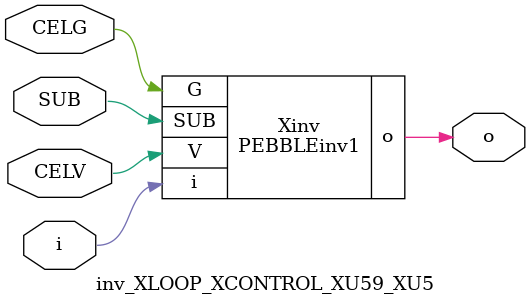
<source format=v>



module PEBBLEinv1 ( o, G, SUB, V, i );

  input V;
  input i;
  input G;
  output o;
  input SUB;
endmodule

//Celera Confidential Do Not Copy inv_XLOOP_XCONTROL_XU59_XU5
//Celera Confidential Symbol Generator
//5V Inverter
module inv_XLOOP_XCONTROL_XU59_XU5 (CELV,CELG,i,o,SUB);
input CELV;
input CELG;
input i;
input SUB;
output o;

//Celera Confidential Do Not Copy inv
PEBBLEinv1 Xinv(
.V (CELV),
.i (i),
.o (o),
.SUB (SUB),
.G (CELG)
);
//,diesize,PEBBLEinv1

//Celera Confidential Do Not Copy Module End
//Celera Schematic Generator
endmodule

</source>
